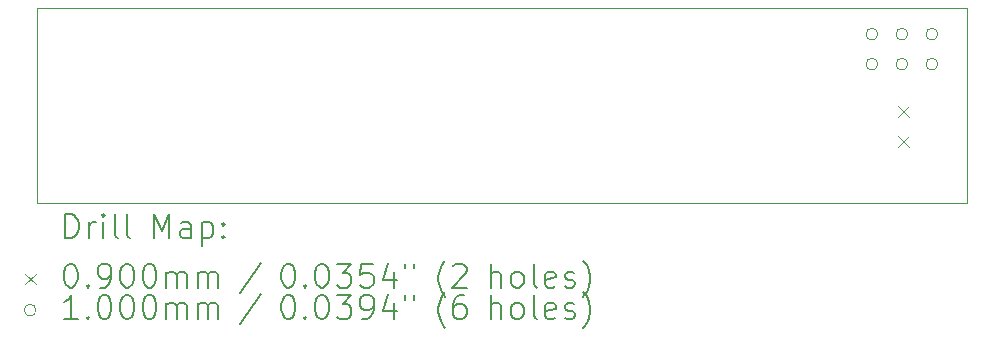
<source format=gbr>
%TF.GenerationSoftware,KiCad,Pcbnew,(6.99.0-2452-gdb4f2d9dd8)*%
%TF.CreationDate,2022-07-21T16:30:49-08:00*%
%TF.ProjectId,speaker-SAO,73706561-6b65-4722-9d53-414f2e6b6963,rev?*%
%TF.SameCoordinates,Original*%
%TF.FileFunction,Drillmap*%
%TF.FilePolarity,Positive*%
%FSLAX45Y45*%
G04 Gerber Fmt 4.5, Leading zero omitted, Abs format (unit mm)*
G04 Created by KiCad (PCBNEW (6.99.0-2452-gdb4f2d9dd8)) date 2022-07-21 16:30:49*
%MOMM*%
%LPD*%
G01*
G04 APERTURE LIST*
%ADD10C,0.100000*%
%ADD11C,0.200000*%
%ADD12C,0.090000*%
G04 APERTURE END LIST*
D10*
X8412000Y-12273000D02*
X16288000Y-12273000D01*
X16288000Y-12273000D02*
X16288000Y-13922000D01*
X16288000Y-13922000D02*
X8412000Y-13922000D01*
X8412000Y-13922000D02*
X8412000Y-12273000D01*
D11*
D12*
X15705000Y-13105000D02*
X15795000Y-13195000D01*
X15795000Y-13105000D02*
X15705000Y-13195000D01*
X15705000Y-13359000D02*
X15795000Y-13449000D01*
X15795000Y-13359000D02*
X15705000Y-13449000D01*
D10*
X15534000Y-12494000D02*
G75*
G03*
X15534000Y-12494000I-50000J0D01*
G01*
X15534000Y-12748000D02*
G75*
G03*
X15534000Y-12748000I-50000J0D01*
G01*
X15788000Y-12494000D02*
G75*
G03*
X15788000Y-12494000I-50000J0D01*
G01*
X15788000Y-12748000D02*
G75*
G03*
X15788000Y-12748000I-50000J0D01*
G01*
X16042000Y-12494000D02*
G75*
G03*
X16042000Y-12494000I-50000J0D01*
G01*
X16042000Y-12748000D02*
G75*
G03*
X16042000Y-12748000I-50000J0D01*
G01*
D11*
X8654619Y-14220476D02*
X8654619Y-14020476D01*
X8654619Y-14020476D02*
X8702238Y-14020476D01*
X8702238Y-14020476D02*
X8730810Y-14030000D01*
X8730810Y-14030000D02*
X8749857Y-14049048D01*
X8749857Y-14049048D02*
X8759381Y-14068095D01*
X8759381Y-14068095D02*
X8768905Y-14106190D01*
X8768905Y-14106190D02*
X8768905Y-14134762D01*
X8768905Y-14134762D02*
X8759381Y-14172857D01*
X8759381Y-14172857D02*
X8749857Y-14191905D01*
X8749857Y-14191905D02*
X8730810Y-14210952D01*
X8730810Y-14210952D02*
X8702238Y-14220476D01*
X8702238Y-14220476D02*
X8654619Y-14220476D01*
X8854619Y-14220476D02*
X8854619Y-14087143D01*
X8854619Y-14125238D02*
X8864143Y-14106190D01*
X8864143Y-14106190D02*
X8873667Y-14096667D01*
X8873667Y-14096667D02*
X8892714Y-14087143D01*
X8892714Y-14087143D02*
X8911762Y-14087143D01*
X8978429Y-14220476D02*
X8978429Y-14087143D01*
X8978429Y-14020476D02*
X8968905Y-14030000D01*
X8968905Y-14030000D02*
X8978429Y-14039524D01*
X8978429Y-14039524D02*
X8987952Y-14030000D01*
X8987952Y-14030000D02*
X8978429Y-14020476D01*
X8978429Y-14020476D02*
X8978429Y-14039524D01*
X9102238Y-14220476D02*
X9083190Y-14210952D01*
X9083190Y-14210952D02*
X9073667Y-14191905D01*
X9073667Y-14191905D02*
X9073667Y-14020476D01*
X9207000Y-14220476D02*
X9187952Y-14210952D01*
X9187952Y-14210952D02*
X9178429Y-14191905D01*
X9178429Y-14191905D02*
X9178429Y-14020476D01*
X9403190Y-14220476D02*
X9403190Y-14020476D01*
X9403190Y-14020476D02*
X9469857Y-14163333D01*
X9469857Y-14163333D02*
X9536524Y-14020476D01*
X9536524Y-14020476D02*
X9536524Y-14220476D01*
X9717476Y-14220476D02*
X9717476Y-14115714D01*
X9717476Y-14115714D02*
X9707952Y-14096667D01*
X9707952Y-14096667D02*
X9688905Y-14087143D01*
X9688905Y-14087143D02*
X9650809Y-14087143D01*
X9650809Y-14087143D02*
X9631762Y-14096667D01*
X9717476Y-14210952D02*
X9698429Y-14220476D01*
X9698429Y-14220476D02*
X9650809Y-14220476D01*
X9650809Y-14220476D02*
X9631762Y-14210952D01*
X9631762Y-14210952D02*
X9622238Y-14191905D01*
X9622238Y-14191905D02*
X9622238Y-14172857D01*
X9622238Y-14172857D02*
X9631762Y-14153809D01*
X9631762Y-14153809D02*
X9650809Y-14144286D01*
X9650809Y-14144286D02*
X9698429Y-14144286D01*
X9698429Y-14144286D02*
X9717476Y-14134762D01*
X9812714Y-14087143D02*
X9812714Y-14287143D01*
X9812714Y-14096667D02*
X9831762Y-14087143D01*
X9831762Y-14087143D02*
X9869857Y-14087143D01*
X9869857Y-14087143D02*
X9888905Y-14096667D01*
X9888905Y-14096667D02*
X9898429Y-14106190D01*
X9898429Y-14106190D02*
X9907952Y-14125238D01*
X9907952Y-14125238D02*
X9907952Y-14182381D01*
X9907952Y-14182381D02*
X9898429Y-14201428D01*
X9898429Y-14201428D02*
X9888905Y-14210952D01*
X9888905Y-14210952D02*
X9869857Y-14220476D01*
X9869857Y-14220476D02*
X9831762Y-14220476D01*
X9831762Y-14220476D02*
X9812714Y-14210952D01*
X9993667Y-14201428D02*
X10003190Y-14210952D01*
X10003190Y-14210952D02*
X9993667Y-14220476D01*
X9993667Y-14220476D02*
X9984143Y-14210952D01*
X9984143Y-14210952D02*
X9993667Y-14201428D01*
X9993667Y-14201428D02*
X9993667Y-14220476D01*
X9993667Y-14096667D02*
X10003190Y-14106190D01*
X10003190Y-14106190D02*
X9993667Y-14115714D01*
X9993667Y-14115714D02*
X9984143Y-14106190D01*
X9984143Y-14106190D02*
X9993667Y-14096667D01*
X9993667Y-14096667D02*
X9993667Y-14115714D01*
D12*
X8317000Y-14522000D02*
X8407000Y-14612000D01*
X8407000Y-14522000D02*
X8317000Y-14612000D01*
D11*
X8692714Y-14440476D02*
X8711762Y-14440476D01*
X8711762Y-14440476D02*
X8730810Y-14450000D01*
X8730810Y-14450000D02*
X8740333Y-14459524D01*
X8740333Y-14459524D02*
X8749857Y-14478571D01*
X8749857Y-14478571D02*
X8759381Y-14516667D01*
X8759381Y-14516667D02*
X8759381Y-14564286D01*
X8759381Y-14564286D02*
X8749857Y-14602381D01*
X8749857Y-14602381D02*
X8740333Y-14621428D01*
X8740333Y-14621428D02*
X8730810Y-14630952D01*
X8730810Y-14630952D02*
X8711762Y-14640476D01*
X8711762Y-14640476D02*
X8692714Y-14640476D01*
X8692714Y-14640476D02*
X8673667Y-14630952D01*
X8673667Y-14630952D02*
X8664143Y-14621428D01*
X8664143Y-14621428D02*
X8654619Y-14602381D01*
X8654619Y-14602381D02*
X8645095Y-14564286D01*
X8645095Y-14564286D02*
X8645095Y-14516667D01*
X8645095Y-14516667D02*
X8654619Y-14478571D01*
X8654619Y-14478571D02*
X8664143Y-14459524D01*
X8664143Y-14459524D02*
X8673667Y-14450000D01*
X8673667Y-14450000D02*
X8692714Y-14440476D01*
X8845095Y-14621428D02*
X8854619Y-14630952D01*
X8854619Y-14630952D02*
X8845095Y-14640476D01*
X8845095Y-14640476D02*
X8835571Y-14630952D01*
X8835571Y-14630952D02*
X8845095Y-14621428D01*
X8845095Y-14621428D02*
X8845095Y-14640476D01*
X8949857Y-14640476D02*
X8987952Y-14640476D01*
X8987952Y-14640476D02*
X9007000Y-14630952D01*
X9007000Y-14630952D02*
X9016524Y-14621428D01*
X9016524Y-14621428D02*
X9035571Y-14592857D01*
X9035571Y-14592857D02*
X9045095Y-14554762D01*
X9045095Y-14554762D02*
X9045095Y-14478571D01*
X9045095Y-14478571D02*
X9035571Y-14459524D01*
X9035571Y-14459524D02*
X9026048Y-14450000D01*
X9026048Y-14450000D02*
X9007000Y-14440476D01*
X9007000Y-14440476D02*
X8968905Y-14440476D01*
X8968905Y-14440476D02*
X8949857Y-14450000D01*
X8949857Y-14450000D02*
X8940333Y-14459524D01*
X8940333Y-14459524D02*
X8930810Y-14478571D01*
X8930810Y-14478571D02*
X8930810Y-14526190D01*
X8930810Y-14526190D02*
X8940333Y-14545238D01*
X8940333Y-14545238D02*
X8949857Y-14554762D01*
X8949857Y-14554762D02*
X8968905Y-14564286D01*
X8968905Y-14564286D02*
X9007000Y-14564286D01*
X9007000Y-14564286D02*
X9026048Y-14554762D01*
X9026048Y-14554762D02*
X9035571Y-14545238D01*
X9035571Y-14545238D02*
X9045095Y-14526190D01*
X9168905Y-14440476D02*
X9187952Y-14440476D01*
X9187952Y-14440476D02*
X9207000Y-14450000D01*
X9207000Y-14450000D02*
X9216524Y-14459524D01*
X9216524Y-14459524D02*
X9226048Y-14478571D01*
X9226048Y-14478571D02*
X9235571Y-14516667D01*
X9235571Y-14516667D02*
X9235571Y-14564286D01*
X9235571Y-14564286D02*
X9226048Y-14602381D01*
X9226048Y-14602381D02*
X9216524Y-14621428D01*
X9216524Y-14621428D02*
X9207000Y-14630952D01*
X9207000Y-14630952D02*
X9187952Y-14640476D01*
X9187952Y-14640476D02*
X9168905Y-14640476D01*
X9168905Y-14640476D02*
X9149857Y-14630952D01*
X9149857Y-14630952D02*
X9140333Y-14621428D01*
X9140333Y-14621428D02*
X9130810Y-14602381D01*
X9130810Y-14602381D02*
X9121286Y-14564286D01*
X9121286Y-14564286D02*
X9121286Y-14516667D01*
X9121286Y-14516667D02*
X9130810Y-14478571D01*
X9130810Y-14478571D02*
X9140333Y-14459524D01*
X9140333Y-14459524D02*
X9149857Y-14450000D01*
X9149857Y-14450000D02*
X9168905Y-14440476D01*
X9359381Y-14440476D02*
X9378429Y-14440476D01*
X9378429Y-14440476D02*
X9397476Y-14450000D01*
X9397476Y-14450000D02*
X9407000Y-14459524D01*
X9407000Y-14459524D02*
X9416524Y-14478571D01*
X9416524Y-14478571D02*
X9426048Y-14516667D01*
X9426048Y-14516667D02*
X9426048Y-14564286D01*
X9426048Y-14564286D02*
X9416524Y-14602381D01*
X9416524Y-14602381D02*
X9407000Y-14621428D01*
X9407000Y-14621428D02*
X9397476Y-14630952D01*
X9397476Y-14630952D02*
X9378429Y-14640476D01*
X9378429Y-14640476D02*
X9359381Y-14640476D01*
X9359381Y-14640476D02*
X9340333Y-14630952D01*
X9340333Y-14630952D02*
X9330810Y-14621428D01*
X9330810Y-14621428D02*
X9321286Y-14602381D01*
X9321286Y-14602381D02*
X9311762Y-14564286D01*
X9311762Y-14564286D02*
X9311762Y-14516667D01*
X9311762Y-14516667D02*
X9321286Y-14478571D01*
X9321286Y-14478571D02*
X9330810Y-14459524D01*
X9330810Y-14459524D02*
X9340333Y-14450000D01*
X9340333Y-14450000D02*
X9359381Y-14440476D01*
X9511762Y-14640476D02*
X9511762Y-14507143D01*
X9511762Y-14526190D02*
X9521286Y-14516667D01*
X9521286Y-14516667D02*
X9540333Y-14507143D01*
X9540333Y-14507143D02*
X9568905Y-14507143D01*
X9568905Y-14507143D02*
X9587952Y-14516667D01*
X9587952Y-14516667D02*
X9597476Y-14535714D01*
X9597476Y-14535714D02*
X9597476Y-14640476D01*
X9597476Y-14535714D02*
X9607000Y-14516667D01*
X9607000Y-14516667D02*
X9626048Y-14507143D01*
X9626048Y-14507143D02*
X9654619Y-14507143D01*
X9654619Y-14507143D02*
X9673667Y-14516667D01*
X9673667Y-14516667D02*
X9683191Y-14535714D01*
X9683191Y-14535714D02*
X9683191Y-14640476D01*
X9778429Y-14640476D02*
X9778429Y-14507143D01*
X9778429Y-14526190D02*
X9787952Y-14516667D01*
X9787952Y-14516667D02*
X9807000Y-14507143D01*
X9807000Y-14507143D02*
X9835572Y-14507143D01*
X9835572Y-14507143D02*
X9854619Y-14516667D01*
X9854619Y-14516667D02*
X9864143Y-14535714D01*
X9864143Y-14535714D02*
X9864143Y-14640476D01*
X9864143Y-14535714D02*
X9873667Y-14516667D01*
X9873667Y-14516667D02*
X9892714Y-14507143D01*
X9892714Y-14507143D02*
X9921286Y-14507143D01*
X9921286Y-14507143D02*
X9940333Y-14516667D01*
X9940333Y-14516667D02*
X9949857Y-14535714D01*
X9949857Y-14535714D02*
X9949857Y-14640476D01*
X10307952Y-14430952D02*
X10136524Y-14688095D01*
X10532714Y-14440476D02*
X10551762Y-14440476D01*
X10551762Y-14440476D02*
X10570810Y-14450000D01*
X10570810Y-14450000D02*
X10580333Y-14459524D01*
X10580333Y-14459524D02*
X10589857Y-14478571D01*
X10589857Y-14478571D02*
X10599381Y-14516667D01*
X10599381Y-14516667D02*
X10599381Y-14564286D01*
X10599381Y-14564286D02*
X10589857Y-14602381D01*
X10589857Y-14602381D02*
X10580333Y-14621428D01*
X10580333Y-14621428D02*
X10570810Y-14630952D01*
X10570810Y-14630952D02*
X10551762Y-14640476D01*
X10551762Y-14640476D02*
X10532714Y-14640476D01*
X10532714Y-14640476D02*
X10513667Y-14630952D01*
X10513667Y-14630952D02*
X10504143Y-14621428D01*
X10504143Y-14621428D02*
X10494619Y-14602381D01*
X10494619Y-14602381D02*
X10485095Y-14564286D01*
X10485095Y-14564286D02*
X10485095Y-14516667D01*
X10485095Y-14516667D02*
X10494619Y-14478571D01*
X10494619Y-14478571D02*
X10504143Y-14459524D01*
X10504143Y-14459524D02*
X10513667Y-14450000D01*
X10513667Y-14450000D02*
X10532714Y-14440476D01*
X10685095Y-14621428D02*
X10694619Y-14630952D01*
X10694619Y-14630952D02*
X10685095Y-14640476D01*
X10685095Y-14640476D02*
X10675572Y-14630952D01*
X10675572Y-14630952D02*
X10685095Y-14621428D01*
X10685095Y-14621428D02*
X10685095Y-14640476D01*
X10818429Y-14440476D02*
X10837476Y-14440476D01*
X10837476Y-14440476D02*
X10856524Y-14450000D01*
X10856524Y-14450000D02*
X10866048Y-14459524D01*
X10866048Y-14459524D02*
X10875572Y-14478571D01*
X10875572Y-14478571D02*
X10885095Y-14516667D01*
X10885095Y-14516667D02*
X10885095Y-14564286D01*
X10885095Y-14564286D02*
X10875572Y-14602381D01*
X10875572Y-14602381D02*
X10866048Y-14621428D01*
X10866048Y-14621428D02*
X10856524Y-14630952D01*
X10856524Y-14630952D02*
X10837476Y-14640476D01*
X10837476Y-14640476D02*
X10818429Y-14640476D01*
X10818429Y-14640476D02*
X10799381Y-14630952D01*
X10799381Y-14630952D02*
X10789857Y-14621428D01*
X10789857Y-14621428D02*
X10780333Y-14602381D01*
X10780333Y-14602381D02*
X10770810Y-14564286D01*
X10770810Y-14564286D02*
X10770810Y-14516667D01*
X10770810Y-14516667D02*
X10780333Y-14478571D01*
X10780333Y-14478571D02*
X10789857Y-14459524D01*
X10789857Y-14459524D02*
X10799381Y-14450000D01*
X10799381Y-14450000D02*
X10818429Y-14440476D01*
X10951762Y-14440476D02*
X11075572Y-14440476D01*
X11075572Y-14440476D02*
X11008905Y-14516667D01*
X11008905Y-14516667D02*
X11037476Y-14516667D01*
X11037476Y-14516667D02*
X11056524Y-14526190D01*
X11056524Y-14526190D02*
X11066048Y-14535714D01*
X11066048Y-14535714D02*
X11075572Y-14554762D01*
X11075572Y-14554762D02*
X11075572Y-14602381D01*
X11075572Y-14602381D02*
X11066048Y-14621428D01*
X11066048Y-14621428D02*
X11056524Y-14630952D01*
X11056524Y-14630952D02*
X11037476Y-14640476D01*
X11037476Y-14640476D02*
X10980333Y-14640476D01*
X10980333Y-14640476D02*
X10961286Y-14630952D01*
X10961286Y-14630952D02*
X10951762Y-14621428D01*
X11256524Y-14440476D02*
X11161286Y-14440476D01*
X11161286Y-14440476D02*
X11151762Y-14535714D01*
X11151762Y-14535714D02*
X11161286Y-14526190D01*
X11161286Y-14526190D02*
X11180333Y-14516667D01*
X11180333Y-14516667D02*
X11227952Y-14516667D01*
X11227952Y-14516667D02*
X11247000Y-14526190D01*
X11247000Y-14526190D02*
X11256524Y-14535714D01*
X11256524Y-14535714D02*
X11266048Y-14554762D01*
X11266048Y-14554762D02*
X11266048Y-14602381D01*
X11266048Y-14602381D02*
X11256524Y-14621428D01*
X11256524Y-14621428D02*
X11247000Y-14630952D01*
X11247000Y-14630952D02*
X11227952Y-14640476D01*
X11227952Y-14640476D02*
X11180333Y-14640476D01*
X11180333Y-14640476D02*
X11161286Y-14630952D01*
X11161286Y-14630952D02*
X11151762Y-14621428D01*
X11437476Y-14507143D02*
X11437476Y-14640476D01*
X11389857Y-14430952D02*
X11342238Y-14573809D01*
X11342238Y-14573809D02*
X11466048Y-14573809D01*
X11532714Y-14440476D02*
X11532714Y-14478571D01*
X11608905Y-14440476D02*
X11608905Y-14478571D01*
X11871762Y-14716667D02*
X11862238Y-14707143D01*
X11862238Y-14707143D02*
X11843191Y-14678571D01*
X11843191Y-14678571D02*
X11833667Y-14659524D01*
X11833667Y-14659524D02*
X11824143Y-14630952D01*
X11824143Y-14630952D02*
X11814619Y-14583333D01*
X11814619Y-14583333D02*
X11814619Y-14545238D01*
X11814619Y-14545238D02*
X11824143Y-14497619D01*
X11824143Y-14497619D02*
X11833667Y-14469048D01*
X11833667Y-14469048D02*
X11843191Y-14450000D01*
X11843191Y-14450000D02*
X11862238Y-14421428D01*
X11862238Y-14421428D02*
X11871762Y-14411905D01*
X11938429Y-14459524D02*
X11947952Y-14450000D01*
X11947952Y-14450000D02*
X11967000Y-14440476D01*
X11967000Y-14440476D02*
X12014619Y-14440476D01*
X12014619Y-14440476D02*
X12033667Y-14450000D01*
X12033667Y-14450000D02*
X12043191Y-14459524D01*
X12043191Y-14459524D02*
X12052714Y-14478571D01*
X12052714Y-14478571D02*
X12052714Y-14497619D01*
X12052714Y-14497619D02*
X12043191Y-14526190D01*
X12043191Y-14526190D02*
X11928905Y-14640476D01*
X11928905Y-14640476D02*
X12052714Y-14640476D01*
X12258429Y-14640476D02*
X12258429Y-14440476D01*
X12344143Y-14640476D02*
X12344143Y-14535714D01*
X12344143Y-14535714D02*
X12334619Y-14516667D01*
X12334619Y-14516667D02*
X12315572Y-14507143D01*
X12315572Y-14507143D02*
X12287000Y-14507143D01*
X12287000Y-14507143D02*
X12267952Y-14516667D01*
X12267952Y-14516667D02*
X12258429Y-14526190D01*
X12467952Y-14640476D02*
X12448905Y-14630952D01*
X12448905Y-14630952D02*
X12439381Y-14621428D01*
X12439381Y-14621428D02*
X12429857Y-14602381D01*
X12429857Y-14602381D02*
X12429857Y-14545238D01*
X12429857Y-14545238D02*
X12439381Y-14526190D01*
X12439381Y-14526190D02*
X12448905Y-14516667D01*
X12448905Y-14516667D02*
X12467952Y-14507143D01*
X12467952Y-14507143D02*
X12496524Y-14507143D01*
X12496524Y-14507143D02*
X12515572Y-14516667D01*
X12515572Y-14516667D02*
X12525095Y-14526190D01*
X12525095Y-14526190D02*
X12534619Y-14545238D01*
X12534619Y-14545238D02*
X12534619Y-14602381D01*
X12534619Y-14602381D02*
X12525095Y-14621428D01*
X12525095Y-14621428D02*
X12515572Y-14630952D01*
X12515572Y-14630952D02*
X12496524Y-14640476D01*
X12496524Y-14640476D02*
X12467952Y-14640476D01*
X12648905Y-14640476D02*
X12629857Y-14630952D01*
X12629857Y-14630952D02*
X12620333Y-14611905D01*
X12620333Y-14611905D02*
X12620333Y-14440476D01*
X12801286Y-14630952D02*
X12782238Y-14640476D01*
X12782238Y-14640476D02*
X12744143Y-14640476D01*
X12744143Y-14640476D02*
X12725095Y-14630952D01*
X12725095Y-14630952D02*
X12715572Y-14611905D01*
X12715572Y-14611905D02*
X12715572Y-14535714D01*
X12715572Y-14535714D02*
X12725095Y-14516667D01*
X12725095Y-14516667D02*
X12744143Y-14507143D01*
X12744143Y-14507143D02*
X12782238Y-14507143D01*
X12782238Y-14507143D02*
X12801286Y-14516667D01*
X12801286Y-14516667D02*
X12810810Y-14535714D01*
X12810810Y-14535714D02*
X12810810Y-14554762D01*
X12810810Y-14554762D02*
X12715572Y-14573809D01*
X12887000Y-14630952D02*
X12906048Y-14640476D01*
X12906048Y-14640476D02*
X12944143Y-14640476D01*
X12944143Y-14640476D02*
X12963191Y-14630952D01*
X12963191Y-14630952D02*
X12972714Y-14611905D01*
X12972714Y-14611905D02*
X12972714Y-14602381D01*
X12972714Y-14602381D02*
X12963191Y-14583333D01*
X12963191Y-14583333D02*
X12944143Y-14573809D01*
X12944143Y-14573809D02*
X12915572Y-14573809D01*
X12915572Y-14573809D02*
X12896524Y-14564286D01*
X12896524Y-14564286D02*
X12887000Y-14545238D01*
X12887000Y-14545238D02*
X12887000Y-14535714D01*
X12887000Y-14535714D02*
X12896524Y-14516667D01*
X12896524Y-14516667D02*
X12915572Y-14507143D01*
X12915572Y-14507143D02*
X12944143Y-14507143D01*
X12944143Y-14507143D02*
X12963191Y-14516667D01*
X13039381Y-14716667D02*
X13048905Y-14707143D01*
X13048905Y-14707143D02*
X13067953Y-14678571D01*
X13067953Y-14678571D02*
X13077476Y-14659524D01*
X13077476Y-14659524D02*
X13087000Y-14630952D01*
X13087000Y-14630952D02*
X13096524Y-14583333D01*
X13096524Y-14583333D02*
X13096524Y-14545238D01*
X13096524Y-14545238D02*
X13087000Y-14497619D01*
X13087000Y-14497619D02*
X13077476Y-14469048D01*
X13077476Y-14469048D02*
X13067953Y-14450000D01*
X13067953Y-14450000D02*
X13048905Y-14421428D01*
X13048905Y-14421428D02*
X13039381Y-14411905D01*
D10*
X8407000Y-14831000D02*
G75*
G03*
X8407000Y-14831000I-50000J0D01*
G01*
D11*
X8759381Y-14904476D02*
X8645095Y-14904476D01*
X8702238Y-14904476D02*
X8702238Y-14704476D01*
X8702238Y-14704476D02*
X8683190Y-14733048D01*
X8683190Y-14733048D02*
X8664143Y-14752095D01*
X8664143Y-14752095D02*
X8645095Y-14761619D01*
X8845095Y-14885428D02*
X8854619Y-14894952D01*
X8854619Y-14894952D02*
X8845095Y-14904476D01*
X8845095Y-14904476D02*
X8835571Y-14894952D01*
X8835571Y-14894952D02*
X8845095Y-14885428D01*
X8845095Y-14885428D02*
X8845095Y-14904476D01*
X8978429Y-14704476D02*
X8997476Y-14704476D01*
X8997476Y-14704476D02*
X9016524Y-14714000D01*
X9016524Y-14714000D02*
X9026048Y-14723524D01*
X9026048Y-14723524D02*
X9035571Y-14742571D01*
X9035571Y-14742571D02*
X9045095Y-14780667D01*
X9045095Y-14780667D02*
X9045095Y-14828286D01*
X9045095Y-14828286D02*
X9035571Y-14866381D01*
X9035571Y-14866381D02*
X9026048Y-14885428D01*
X9026048Y-14885428D02*
X9016524Y-14894952D01*
X9016524Y-14894952D02*
X8997476Y-14904476D01*
X8997476Y-14904476D02*
X8978429Y-14904476D01*
X8978429Y-14904476D02*
X8959381Y-14894952D01*
X8959381Y-14894952D02*
X8949857Y-14885428D01*
X8949857Y-14885428D02*
X8940333Y-14866381D01*
X8940333Y-14866381D02*
X8930810Y-14828286D01*
X8930810Y-14828286D02*
X8930810Y-14780667D01*
X8930810Y-14780667D02*
X8940333Y-14742571D01*
X8940333Y-14742571D02*
X8949857Y-14723524D01*
X8949857Y-14723524D02*
X8959381Y-14714000D01*
X8959381Y-14714000D02*
X8978429Y-14704476D01*
X9168905Y-14704476D02*
X9187952Y-14704476D01*
X9187952Y-14704476D02*
X9207000Y-14714000D01*
X9207000Y-14714000D02*
X9216524Y-14723524D01*
X9216524Y-14723524D02*
X9226048Y-14742571D01*
X9226048Y-14742571D02*
X9235571Y-14780667D01*
X9235571Y-14780667D02*
X9235571Y-14828286D01*
X9235571Y-14828286D02*
X9226048Y-14866381D01*
X9226048Y-14866381D02*
X9216524Y-14885428D01*
X9216524Y-14885428D02*
X9207000Y-14894952D01*
X9207000Y-14894952D02*
X9187952Y-14904476D01*
X9187952Y-14904476D02*
X9168905Y-14904476D01*
X9168905Y-14904476D02*
X9149857Y-14894952D01*
X9149857Y-14894952D02*
X9140333Y-14885428D01*
X9140333Y-14885428D02*
X9130810Y-14866381D01*
X9130810Y-14866381D02*
X9121286Y-14828286D01*
X9121286Y-14828286D02*
X9121286Y-14780667D01*
X9121286Y-14780667D02*
X9130810Y-14742571D01*
X9130810Y-14742571D02*
X9140333Y-14723524D01*
X9140333Y-14723524D02*
X9149857Y-14714000D01*
X9149857Y-14714000D02*
X9168905Y-14704476D01*
X9359381Y-14704476D02*
X9378429Y-14704476D01*
X9378429Y-14704476D02*
X9397476Y-14714000D01*
X9397476Y-14714000D02*
X9407000Y-14723524D01*
X9407000Y-14723524D02*
X9416524Y-14742571D01*
X9416524Y-14742571D02*
X9426048Y-14780667D01*
X9426048Y-14780667D02*
X9426048Y-14828286D01*
X9426048Y-14828286D02*
X9416524Y-14866381D01*
X9416524Y-14866381D02*
X9407000Y-14885428D01*
X9407000Y-14885428D02*
X9397476Y-14894952D01*
X9397476Y-14894952D02*
X9378429Y-14904476D01*
X9378429Y-14904476D02*
X9359381Y-14904476D01*
X9359381Y-14904476D02*
X9340333Y-14894952D01*
X9340333Y-14894952D02*
X9330810Y-14885428D01*
X9330810Y-14885428D02*
X9321286Y-14866381D01*
X9321286Y-14866381D02*
X9311762Y-14828286D01*
X9311762Y-14828286D02*
X9311762Y-14780667D01*
X9311762Y-14780667D02*
X9321286Y-14742571D01*
X9321286Y-14742571D02*
X9330810Y-14723524D01*
X9330810Y-14723524D02*
X9340333Y-14714000D01*
X9340333Y-14714000D02*
X9359381Y-14704476D01*
X9511762Y-14904476D02*
X9511762Y-14771143D01*
X9511762Y-14790190D02*
X9521286Y-14780667D01*
X9521286Y-14780667D02*
X9540333Y-14771143D01*
X9540333Y-14771143D02*
X9568905Y-14771143D01*
X9568905Y-14771143D02*
X9587952Y-14780667D01*
X9587952Y-14780667D02*
X9597476Y-14799714D01*
X9597476Y-14799714D02*
X9597476Y-14904476D01*
X9597476Y-14799714D02*
X9607000Y-14780667D01*
X9607000Y-14780667D02*
X9626048Y-14771143D01*
X9626048Y-14771143D02*
X9654619Y-14771143D01*
X9654619Y-14771143D02*
X9673667Y-14780667D01*
X9673667Y-14780667D02*
X9683191Y-14799714D01*
X9683191Y-14799714D02*
X9683191Y-14904476D01*
X9778429Y-14904476D02*
X9778429Y-14771143D01*
X9778429Y-14790190D02*
X9787952Y-14780667D01*
X9787952Y-14780667D02*
X9807000Y-14771143D01*
X9807000Y-14771143D02*
X9835572Y-14771143D01*
X9835572Y-14771143D02*
X9854619Y-14780667D01*
X9854619Y-14780667D02*
X9864143Y-14799714D01*
X9864143Y-14799714D02*
X9864143Y-14904476D01*
X9864143Y-14799714D02*
X9873667Y-14780667D01*
X9873667Y-14780667D02*
X9892714Y-14771143D01*
X9892714Y-14771143D02*
X9921286Y-14771143D01*
X9921286Y-14771143D02*
X9940333Y-14780667D01*
X9940333Y-14780667D02*
X9949857Y-14799714D01*
X9949857Y-14799714D02*
X9949857Y-14904476D01*
X10307952Y-14694952D02*
X10136524Y-14952095D01*
X10532714Y-14704476D02*
X10551762Y-14704476D01*
X10551762Y-14704476D02*
X10570810Y-14714000D01*
X10570810Y-14714000D02*
X10580333Y-14723524D01*
X10580333Y-14723524D02*
X10589857Y-14742571D01*
X10589857Y-14742571D02*
X10599381Y-14780667D01*
X10599381Y-14780667D02*
X10599381Y-14828286D01*
X10599381Y-14828286D02*
X10589857Y-14866381D01*
X10589857Y-14866381D02*
X10580333Y-14885428D01*
X10580333Y-14885428D02*
X10570810Y-14894952D01*
X10570810Y-14894952D02*
X10551762Y-14904476D01*
X10551762Y-14904476D02*
X10532714Y-14904476D01*
X10532714Y-14904476D02*
X10513667Y-14894952D01*
X10513667Y-14894952D02*
X10504143Y-14885428D01*
X10504143Y-14885428D02*
X10494619Y-14866381D01*
X10494619Y-14866381D02*
X10485095Y-14828286D01*
X10485095Y-14828286D02*
X10485095Y-14780667D01*
X10485095Y-14780667D02*
X10494619Y-14742571D01*
X10494619Y-14742571D02*
X10504143Y-14723524D01*
X10504143Y-14723524D02*
X10513667Y-14714000D01*
X10513667Y-14714000D02*
X10532714Y-14704476D01*
X10685095Y-14885428D02*
X10694619Y-14894952D01*
X10694619Y-14894952D02*
X10685095Y-14904476D01*
X10685095Y-14904476D02*
X10675572Y-14894952D01*
X10675572Y-14894952D02*
X10685095Y-14885428D01*
X10685095Y-14885428D02*
X10685095Y-14904476D01*
X10818429Y-14704476D02*
X10837476Y-14704476D01*
X10837476Y-14704476D02*
X10856524Y-14714000D01*
X10856524Y-14714000D02*
X10866048Y-14723524D01*
X10866048Y-14723524D02*
X10875572Y-14742571D01*
X10875572Y-14742571D02*
X10885095Y-14780667D01*
X10885095Y-14780667D02*
X10885095Y-14828286D01*
X10885095Y-14828286D02*
X10875572Y-14866381D01*
X10875572Y-14866381D02*
X10866048Y-14885428D01*
X10866048Y-14885428D02*
X10856524Y-14894952D01*
X10856524Y-14894952D02*
X10837476Y-14904476D01*
X10837476Y-14904476D02*
X10818429Y-14904476D01*
X10818429Y-14904476D02*
X10799381Y-14894952D01*
X10799381Y-14894952D02*
X10789857Y-14885428D01*
X10789857Y-14885428D02*
X10780333Y-14866381D01*
X10780333Y-14866381D02*
X10770810Y-14828286D01*
X10770810Y-14828286D02*
X10770810Y-14780667D01*
X10770810Y-14780667D02*
X10780333Y-14742571D01*
X10780333Y-14742571D02*
X10789857Y-14723524D01*
X10789857Y-14723524D02*
X10799381Y-14714000D01*
X10799381Y-14714000D02*
X10818429Y-14704476D01*
X10951762Y-14704476D02*
X11075572Y-14704476D01*
X11075572Y-14704476D02*
X11008905Y-14780667D01*
X11008905Y-14780667D02*
X11037476Y-14780667D01*
X11037476Y-14780667D02*
X11056524Y-14790190D01*
X11056524Y-14790190D02*
X11066048Y-14799714D01*
X11066048Y-14799714D02*
X11075572Y-14818762D01*
X11075572Y-14818762D02*
X11075572Y-14866381D01*
X11075572Y-14866381D02*
X11066048Y-14885428D01*
X11066048Y-14885428D02*
X11056524Y-14894952D01*
X11056524Y-14894952D02*
X11037476Y-14904476D01*
X11037476Y-14904476D02*
X10980333Y-14904476D01*
X10980333Y-14904476D02*
X10961286Y-14894952D01*
X10961286Y-14894952D02*
X10951762Y-14885428D01*
X11170810Y-14904476D02*
X11208905Y-14904476D01*
X11208905Y-14904476D02*
X11227952Y-14894952D01*
X11227952Y-14894952D02*
X11237476Y-14885428D01*
X11237476Y-14885428D02*
X11256524Y-14856857D01*
X11256524Y-14856857D02*
X11266048Y-14818762D01*
X11266048Y-14818762D02*
X11266048Y-14742571D01*
X11266048Y-14742571D02*
X11256524Y-14723524D01*
X11256524Y-14723524D02*
X11247000Y-14714000D01*
X11247000Y-14714000D02*
X11227952Y-14704476D01*
X11227952Y-14704476D02*
X11189857Y-14704476D01*
X11189857Y-14704476D02*
X11170810Y-14714000D01*
X11170810Y-14714000D02*
X11161286Y-14723524D01*
X11161286Y-14723524D02*
X11151762Y-14742571D01*
X11151762Y-14742571D02*
X11151762Y-14790190D01*
X11151762Y-14790190D02*
X11161286Y-14809238D01*
X11161286Y-14809238D02*
X11170810Y-14818762D01*
X11170810Y-14818762D02*
X11189857Y-14828286D01*
X11189857Y-14828286D02*
X11227952Y-14828286D01*
X11227952Y-14828286D02*
X11247000Y-14818762D01*
X11247000Y-14818762D02*
X11256524Y-14809238D01*
X11256524Y-14809238D02*
X11266048Y-14790190D01*
X11437476Y-14771143D02*
X11437476Y-14904476D01*
X11389857Y-14694952D02*
X11342238Y-14837809D01*
X11342238Y-14837809D02*
X11466048Y-14837809D01*
X11532714Y-14704476D02*
X11532714Y-14742571D01*
X11608905Y-14704476D02*
X11608905Y-14742571D01*
X11871762Y-14980667D02*
X11862238Y-14971143D01*
X11862238Y-14971143D02*
X11843191Y-14942571D01*
X11843191Y-14942571D02*
X11833667Y-14923524D01*
X11833667Y-14923524D02*
X11824143Y-14894952D01*
X11824143Y-14894952D02*
X11814619Y-14847333D01*
X11814619Y-14847333D02*
X11814619Y-14809238D01*
X11814619Y-14809238D02*
X11824143Y-14761619D01*
X11824143Y-14761619D02*
X11833667Y-14733048D01*
X11833667Y-14733048D02*
X11843191Y-14714000D01*
X11843191Y-14714000D02*
X11862238Y-14685428D01*
X11862238Y-14685428D02*
X11871762Y-14675905D01*
X12033667Y-14704476D02*
X11995571Y-14704476D01*
X11995571Y-14704476D02*
X11976524Y-14714000D01*
X11976524Y-14714000D02*
X11967000Y-14723524D01*
X11967000Y-14723524D02*
X11947952Y-14752095D01*
X11947952Y-14752095D02*
X11938429Y-14790190D01*
X11938429Y-14790190D02*
X11938429Y-14866381D01*
X11938429Y-14866381D02*
X11947952Y-14885428D01*
X11947952Y-14885428D02*
X11957476Y-14894952D01*
X11957476Y-14894952D02*
X11976524Y-14904476D01*
X11976524Y-14904476D02*
X12014619Y-14904476D01*
X12014619Y-14904476D02*
X12033667Y-14894952D01*
X12033667Y-14894952D02*
X12043191Y-14885428D01*
X12043191Y-14885428D02*
X12052714Y-14866381D01*
X12052714Y-14866381D02*
X12052714Y-14818762D01*
X12052714Y-14818762D02*
X12043191Y-14799714D01*
X12043191Y-14799714D02*
X12033667Y-14790190D01*
X12033667Y-14790190D02*
X12014619Y-14780667D01*
X12014619Y-14780667D02*
X11976524Y-14780667D01*
X11976524Y-14780667D02*
X11957476Y-14790190D01*
X11957476Y-14790190D02*
X11947952Y-14799714D01*
X11947952Y-14799714D02*
X11938429Y-14818762D01*
X12258429Y-14904476D02*
X12258429Y-14704476D01*
X12344143Y-14904476D02*
X12344143Y-14799714D01*
X12344143Y-14799714D02*
X12334619Y-14780667D01*
X12334619Y-14780667D02*
X12315572Y-14771143D01*
X12315572Y-14771143D02*
X12287000Y-14771143D01*
X12287000Y-14771143D02*
X12267952Y-14780667D01*
X12267952Y-14780667D02*
X12258429Y-14790190D01*
X12467952Y-14904476D02*
X12448905Y-14894952D01*
X12448905Y-14894952D02*
X12439381Y-14885428D01*
X12439381Y-14885428D02*
X12429857Y-14866381D01*
X12429857Y-14866381D02*
X12429857Y-14809238D01*
X12429857Y-14809238D02*
X12439381Y-14790190D01*
X12439381Y-14790190D02*
X12448905Y-14780667D01*
X12448905Y-14780667D02*
X12467952Y-14771143D01*
X12467952Y-14771143D02*
X12496524Y-14771143D01*
X12496524Y-14771143D02*
X12515572Y-14780667D01*
X12515572Y-14780667D02*
X12525095Y-14790190D01*
X12525095Y-14790190D02*
X12534619Y-14809238D01*
X12534619Y-14809238D02*
X12534619Y-14866381D01*
X12534619Y-14866381D02*
X12525095Y-14885428D01*
X12525095Y-14885428D02*
X12515572Y-14894952D01*
X12515572Y-14894952D02*
X12496524Y-14904476D01*
X12496524Y-14904476D02*
X12467952Y-14904476D01*
X12648905Y-14904476D02*
X12629857Y-14894952D01*
X12629857Y-14894952D02*
X12620333Y-14875905D01*
X12620333Y-14875905D02*
X12620333Y-14704476D01*
X12801286Y-14894952D02*
X12782238Y-14904476D01*
X12782238Y-14904476D02*
X12744143Y-14904476D01*
X12744143Y-14904476D02*
X12725095Y-14894952D01*
X12725095Y-14894952D02*
X12715572Y-14875905D01*
X12715572Y-14875905D02*
X12715572Y-14799714D01*
X12715572Y-14799714D02*
X12725095Y-14780667D01*
X12725095Y-14780667D02*
X12744143Y-14771143D01*
X12744143Y-14771143D02*
X12782238Y-14771143D01*
X12782238Y-14771143D02*
X12801286Y-14780667D01*
X12801286Y-14780667D02*
X12810810Y-14799714D01*
X12810810Y-14799714D02*
X12810810Y-14818762D01*
X12810810Y-14818762D02*
X12715572Y-14837809D01*
X12887000Y-14894952D02*
X12906048Y-14904476D01*
X12906048Y-14904476D02*
X12944143Y-14904476D01*
X12944143Y-14904476D02*
X12963191Y-14894952D01*
X12963191Y-14894952D02*
X12972714Y-14875905D01*
X12972714Y-14875905D02*
X12972714Y-14866381D01*
X12972714Y-14866381D02*
X12963191Y-14847333D01*
X12963191Y-14847333D02*
X12944143Y-14837809D01*
X12944143Y-14837809D02*
X12915572Y-14837809D01*
X12915572Y-14837809D02*
X12896524Y-14828286D01*
X12896524Y-14828286D02*
X12887000Y-14809238D01*
X12887000Y-14809238D02*
X12887000Y-14799714D01*
X12887000Y-14799714D02*
X12896524Y-14780667D01*
X12896524Y-14780667D02*
X12915572Y-14771143D01*
X12915572Y-14771143D02*
X12944143Y-14771143D01*
X12944143Y-14771143D02*
X12963191Y-14780667D01*
X13039381Y-14980667D02*
X13048905Y-14971143D01*
X13048905Y-14971143D02*
X13067953Y-14942571D01*
X13067953Y-14942571D02*
X13077476Y-14923524D01*
X13077476Y-14923524D02*
X13087000Y-14894952D01*
X13087000Y-14894952D02*
X13096524Y-14847333D01*
X13096524Y-14847333D02*
X13096524Y-14809238D01*
X13096524Y-14809238D02*
X13087000Y-14761619D01*
X13087000Y-14761619D02*
X13077476Y-14733048D01*
X13077476Y-14733048D02*
X13067953Y-14714000D01*
X13067953Y-14714000D02*
X13048905Y-14685428D01*
X13048905Y-14685428D02*
X13039381Y-14675905D01*
M02*

</source>
